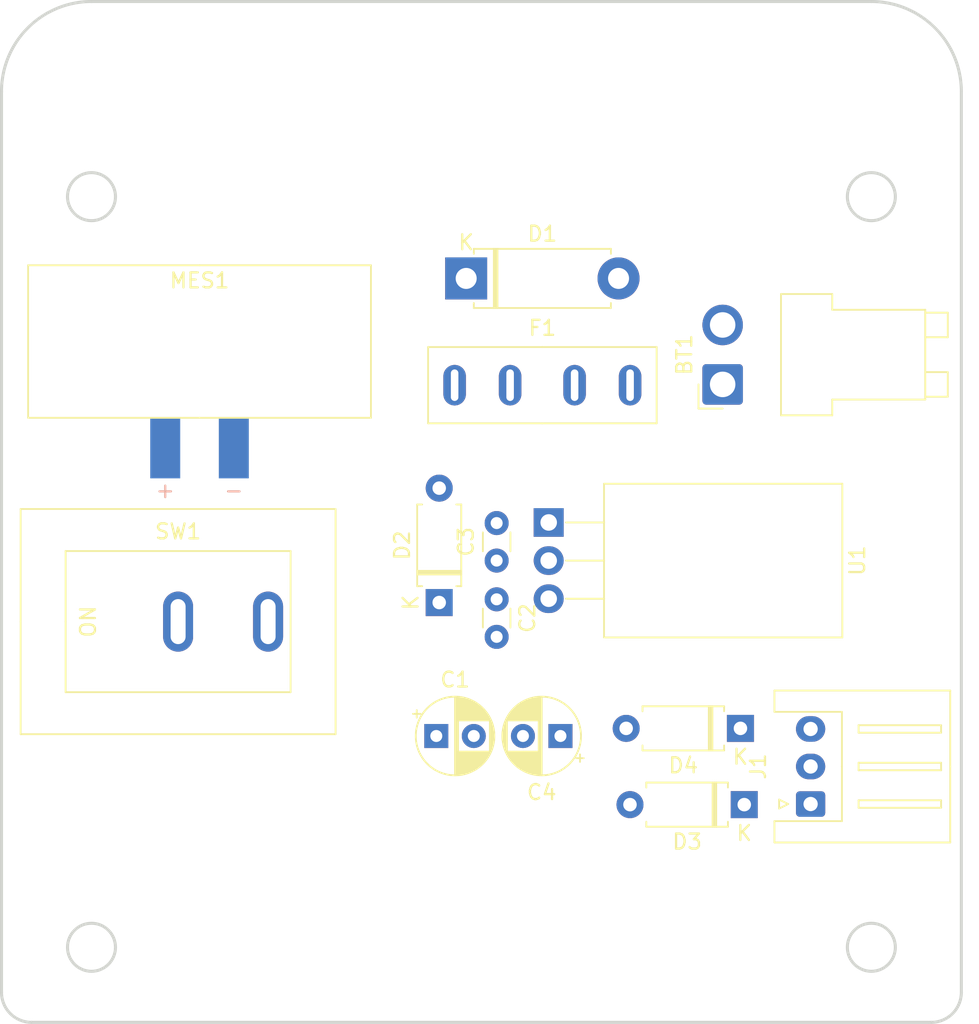
<source format=kicad_pcb>
(kicad_pcb (version 20221018) (generator pcbnew)
  (layers (0 "F.Cu" signal) (31 "B.Cu" signal) (34 "B.Paste" user) (35 "F.Paste" user) (36 "B.SilkS" user "B.Silkscreen") (37 "F.SilkS" user "F.Silkscreen") (38 "B.Mask" user) (39 "F.Mask" user) (44 "Edge.Cuts" user))
  (net 0 "")
  (net 1 "Net-(BT1-+)")
  (net 2 "GND")
  (net 3 "+12V")
  (net 4 "+5V")
  (net 5 "Net-(D1-K)")
  (net 6 "Net-(D3-K)")
  (net 7 "Net-(D4-K)")
  (footprint "Diode_THT:D_A-405_P7.62mm_Horizontal" (layer "F.Cu") (at 175.006 112.268 180)
    (fp_text reference "D3" (at 3.81 -2.47) (layer "F.SilkS"))
    (fp_text value "D")
    (fp_text user "K" (at 0 -1.9) (layer "F.SilkS"))
    (fp_line (start 1.09 -1.47) (end 6.53 -1.47) (stroke (width 0.12)) (layer "F.SilkS"))
    (fp_line (start 1.09 -1.14) (end 1.09 -1.47) (stroke (width 0.12)) (layer "F.SilkS"))
    (fp_line (start 1.09 1.14) (end 1.09 1.47) (stroke (width 0.12)) (layer "F.SilkS"))
    (fp_line (start 1.09 1.47) (end 6.53 1.47) (stroke (width 0.12)) (layer "F.SilkS"))
    (fp_line (start 1.87 -1.47) (end 1.87 1.47) (stroke (width 0.12)) (layer "F.SilkS"))
    (fp_line (start 1.99 -1.47) (end 1.99 1.47) (stroke (width 0.12)) (layer "F.SilkS"))
    (fp_line (start 2.11 -1.47) (end 2.11 1.47) (stroke (width 0.12)) (layer "F.SilkS"))
    (fp_line (start 6.53 -1.47) (end 6.53 -1.14) (stroke (width 0.12)) (layer "F.SilkS"))
    (fp_line (start 6.53 1.47) (end 6.53 1.14) (stroke (width 0.12)) (layer "F.SilkS"))
    (pad "1" thru_hole rect (at 0 0 180) (size 1.8 1.8) (drill 0.9) (layers "*.Cu" "*.Mask") (net 6 "Net-(D3-K)"))
    (pad "2" thru_hole oval (at 7.62 0 180) (size 1.8 1.8) (drill 0.9) (layers "*.Cu" "*.Mask") (net 3 "+12V"))
  )
  (footprint "Fuse_Socket:fuse_socket" (layer "F.Cu") (at 161.544 86.868 180)
    (fp_text reference "F1" (at 0 6.35) (layer "F.SilkS"))
    (fp_text value "Fuse")
    (fp_line (start -7.62 0) (end -7.62 5.08) (stroke (width 0.12)) (layer "F.SilkS"))
    (fp_line (start -7.62 5.08) (end 0 5.08) (stroke (width 0.12)) (layer "F.SilkS"))
    (fp_line (start 0 0) (end -7.62 0) (stroke (width 0.12)) (layer "F.SilkS"))
    (fp_line (start 0 5.08) (end 7.62 5.08) (stroke (width 0.12)) (layer "F.SilkS"))
    (fp_line (start 7.62 0) (end 0 0) (stroke (width 0.12)) (layer "F.SilkS"))
    (fp_line (start 7.62 5.08) (end 7.62 0) (stroke (width 0.12)) (layer "F.SilkS"))
    (pad "1" thru_hole oval (at -5.85 2.54 180) (size 1.5 2.7) (drill oval 0.5 2.1) (layers "*.Cu" "*.Mask") (net 1 "Net-(BT1-+)"))
    (pad "1" thru_hole oval (at -2.15 2.54 180) (size 1.5 2.7) (drill oval 0.5 2.1) (layers "*.Cu" "*.Mask") (net 1 "Net-(BT1-+)"))
    (pad "2" thru_hole oval (at 2.15 2.54 180) (size 1.5 2.7) (drill oval 0.5 2.1) (layers "*.Cu" "*.Mask") (net 5 "Net-(D1-K)"))
    (pad "2" thru_hole oval (at 5.85 2.54 180) (size 1.5 2.7) (drill oval 0.5 2.1) (layers "*.Cu" "*.Mask") (net 5 "Net-(D1-K)"))
  )
  (footprint "Diode_THT:D_A-405_P7.62mm_Horizontal" (layer "F.Cu") (at 174.752 107.188 180)
    (fp_text reference "D4" (at 3.81 -2.47) (layer "F.SilkS"))
    (fp_text value "D")
    (fp_text user "K" (at 0 -1.9) (layer "F.SilkS"))
    (fp_line (start 1.09 -1.47) (end 6.53 -1.47) (stroke (width 0.12)) (layer "F.SilkS"))
    (fp_line (start 1.09 -1.14) (end 1.09 -1.47) (stroke (width 0.12)) (layer "F.SilkS"))
    (fp_line (start 1.09 1.14) (end 1.09 1.47) (stroke (width 0.12)) (layer "F.SilkS"))
    (fp_line (start 1.09 1.47) (end 6.53 1.47) (stroke (width 0.12)) (layer "F.SilkS"))
    (fp_line (start 1.87 -1.47) (end 1.87 1.47) (stroke (width 0.12)) (layer "F.SilkS"))
    (fp_line (start 1.99 -1.47) (end 1.99 1.47) (stroke (width 0.12)) (layer "F.SilkS"))
    (fp_line (start 2.11 -1.47) (end 2.11 1.47) (stroke (width 0.12)) (layer "F.SilkS"))
    (fp_line (start 6.53 -1.47) (end 6.53 -1.14) (stroke (width 0.12)) (layer "F.SilkS"))
    (fp_line (start 6.53 1.47) (end 6.53 1.14) (stroke (width 0.12)) (layer "F.SilkS"))
    (pad "1" thru_hole rect (at 0 0 180) (size 1.8 1.8) (drill 0.9) (layers "*.Cu" "*.Mask") (net 7 "Net-(D4-K)"))
    (pad "2" thru_hole oval (at 7.62 0 180) (size 1.8 1.8) (drill 0.9) (layers "*.Cu" "*.Mask") (net 4 "+5V"))
  )
  (footprint "Capacitor_THT:C_Disc_D3.0mm_W1.6mm_P2.50mm" (layer "F.Cu") (at 158.496 96.012 90)
    (fp_text reference "C3" (at 1.25 -2.05 90) (layer "F.SilkS"))
    (fp_text value "C")
    (fp_line (start 0.621 -0.92) (end 1.879 -0.92) (stroke (width 0.12)) (layer "F.SilkS"))
    (fp_line (start 0.621 0.92) (end 1.879 0.92) (stroke (width 0.12)) (layer "F.SilkS"))
    (pad "1" thru_hole circle (at 0 0 90) (size 1.6 1.6) (drill 0.8) (layers "*.Cu" "*.Mask") (net 4 "+5V"))
    (pad "2" thru_hole circle (at 2.5 0 90) (size 1.6 1.6) (drill 0.8) (layers "*.Cu" "*.Mask") (net 2 "GND"))
  )
  (footprint "Diode_THT:D_A-405_P7.62mm_Horizontal" (layer "F.Cu") (at 154.666 98.806 90)
    (fp_text reference "D2" (at 3.81 -2.47 90) (layer "F.SilkS"))
    (fp_text value "D")
    (fp_text user "K" (at 0 -1.9 90) (layer "F.SilkS"))
    (fp_line (start 1.09 -1.47) (end 6.53 -1.47) (stroke (width 0.12)) (layer "F.SilkS"))
    (fp_line (start 1.09 -1.14) (end 1.09 -1.47) (stroke (width 0.12)) (layer "F.SilkS"))
    (fp_line (start 1.09 1.14) (end 1.09 1.47) (stroke (width 0.12)) (layer "F.SilkS"))
    (fp_line (start 1.09 1.47) (end 6.53 1.47) (stroke (width 0.12)) (layer "F.SilkS"))
    (fp_line (start 1.87 -1.47) (end 1.87 1.47) (stroke (width 0.12)) (layer "F.SilkS"))
    (fp_line (start 1.99 -1.47) (end 1.99 1.47) (stroke (width 0.12)) (layer "F.SilkS"))
    (fp_line (start 2.11 -1.47) (end 2.11 1.47) (stroke (width 0.12)) (layer "F.SilkS"))
    (fp_line (start 6.53 -1.47) (end 6.53 -1.14) (stroke (width 0.12)) (layer "F.SilkS"))
    (fp_line (start 6.53 1.47) (end 6.53 1.14) (stroke (width 0.12)) (layer "F.SilkS"))
    (pad "1" thru_hole rect (at 0 0 90) (size 1.8 1.8) (drill 0.9) (layers "*.Cu" "*.Mask") (net 3 "+12V"))
    (pad "2" thru_hole oval (at 7.62 0 90) (size 1.8 1.8) (drill 0.9) (layers "*.Cu" "*.Mask") (net 4 "+5V"))
  )
  (footprint "_Others:DS-850k" (layer "F.Cu") (at 137.256 100.076 180)
    (fp_text reference "SW1" (at 0 6) (layer "F.SilkS"))
    (fp_text value "SW_DIP_x01")
    (fp_text user "ON" (at 6 0 90) (layer "F.SilkS"))
    (fp_line (start -10.5 -7.5) (end -10.5 7.5) (stroke (width 0.12)) (layer "F.SilkS"))
    (fp_line (start -10.5 7.5) (end 10.5 7.5) (stroke (width 0.12)) (layer "F.SilkS"))
    (fp_line (start -7.5 -4.7) (end -7.5 4.7) (stroke (width 0.12)) (layer "F.SilkS"))
    (fp_line (start -7.5 4.7) (end 7.5 4.7) (stroke (width 0.12)) (layer "F.SilkS"))
    (fp_line (start 7.5 -4.7) (end -7.5 -4.7) (stroke (width 0.12)) (layer "F.SilkS"))
    (fp_line (start 7.5 0) (end 7.5 -4.7) (stroke (width 0.12)) (layer "F.SilkS"))
    (fp_line (start 7.5 4.7) (end 7.5 0) (stroke (width 0.12)) (layer "F.SilkS"))
    (fp_line (start 10.5 -7.5) (end -10.5 -7.5) (stroke (width 0.12)) (layer "F.SilkS"))
    (fp_line (start 10.5 0) (end 10.5 -7.5) (stroke (width 0.12)) (layer "F.SilkS"))
    (fp_line (start 10.5 7.5) (end 10.5 0) (stroke (width 0.12)) (layer "F.SilkS"))
    (pad "1" thru_hole oval (at 0 0 270) (size 4 2) (drill oval 3 1) (layers "*.Cu" "*.Mask") (net 5 "Net-(D1-K)"))
    (pad "2" thru_hole oval (at -6 0 270) (size 4 2) (drill oval 3 1) (layers "*.Cu" "*.Mask") (net 3 "+12V"))
  )
  (footprint "Voltage_Counter:voltage_counter" (layer "F.Cu") (at 138.684 76.341)
    (fp_text reference "MES1" (at 0 1.016) (layer "F.SilkS"))
    (fp_text value "Voltmeter_DC")
    (fp_text user "+" (at -2.286 14.986) (layer "B.SilkS") (effects (justify mirror)))
    (fp_text user "-" (at 2.286 14.986) (layer "B.SilkS") (effects (justify mirror)))
    (fp_line (start -11.43 0) (end 0 0) (stroke (width 0.12)) (layer "F.SilkS"))
    (fp_line (start -11.43 10.16) (end -11.43 0) (stroke (width 0.12)) (layer "F.SilkS"))
    (fp_line (start 0 0) (end 11.43 0) (stroke (width 0.12)) (layer "F.SilkS"))
    (fp_line (start 0 10.16) (end -11.43 10.16) (stroke (width 0.12)) (layer "F.SilkS"))
    (fp_line (start 11.43 0) (end 11.43 10.16) (stroke (width 0.12)) (layer "F.SilkS"))
    (fp_line (start 11.43 10.16) (end 0 10.16) (stroke (width 0.12)) (layer "F.SilkS"))
    (pad "1" smd rect (at 2.286 12.192) (size 2 4) (layers "B.Cu" "B.Paste" "B.Mask") (net 2 "GND"))
    (pad "2" smd rect (at -2.286 12.192) (size 2 4) (layers "B.Cu" "B.Paste" "B.Mask") (net 5 "Net-(D1-K)"))
  )
  (footprint "Package_TO_SOT_THT:TO-220-3_Horizontal_TabDown" (layer "F.Cu") (at 161.966 93.472 -90)
    (fp_text reference "U1" (at 2.54 -20.58 90) (layer "F.SilkS"))
    (fp_text value "AMS1117-5.0")
    (fp_line (start -2.58 -19.58) (end -2.58 -3.69) (stroke (width 0.12)) (layer "F.SilkS"))
    (fp_line (start -2.58 -19.58) (end 7.66 -19.58) (stroke (width 0.12)) (layer "F.SilkS"))
    (fp_line (start -2.58 -3.69) (end 7.66 -3.69) (stroke (width 0.12)) (layer "F.SilkS"))
    (fp_line (start 0 -3.69) (end 0 -1.15) (stroke (width 0.12)) (layer "F.SilkS"))
    (fp_line (start 2.54 -3.69) (end 2.54 -1.15) (stroke (width 0.12)) (layer "F.SilkS"))
    (fp_line (start 5.08 -3.69) (end 5.08 -1.15) (stroke (width 0.12)) (layer "F.SilkS"))
    (fp_line (start 7.66 -19.58) (end 7.66 -3.69) (stroke (width 0.12)) (layer "F.SilkS"))
    (pad "" np_thru_hole oval (at 2.54 -16.66 270) (size 3.5 3.5) (drill 3.5) (layers "*.Cu" "*.Mask"))
    (pad "1" thru_hole rect (at 0 0 270) (size 1.905 2) (drill 1.1) (layers "*.Cu" "*.Mask") (net 2 "GND"))
    (pad "2" thru_hole oval (at 2.54 0 270) (size 1.905 2) (drill 1.1) (layers "*.Cu" "*.Mask") (net 4 "+5V"))
    (pad "3" thru_hole oval (at 5.08 0 270) (size 1.905 2) (drill 1.1) (layers "*.Cu" "*.Mask") (net 3 "+12V"))
  )
  (footprint "Capacitor_THT:CP_Radial_D5.0mm_P2.50mm" (layer "F.Cu") (at 162.749113 107.696 180)
    (fp_text reference "C4" (at 1.25 -3.75) (layer "F.SilkS"))
    (fp_text value "C")
    (fp_line (start -1.554775 -1.475) (end -1.054775 -1.475) (stroke (width 0.12)) (layer "F.SilkS"))
    (fp_line (start -1.304775 -1.725) (end -1.304775 -1.225) (stroke (width 0.12)) (layer "F.SilkS"))
    (fp_line (start 1.25 -2.58) (end 1.25 2.58) (stroke (width 0.12)) (layer "F.SilkS"))
    (fp_line (start 1.29 -2.58) (end 1.29 2.58) (stroke (width 0.12)) (layer "F.SilkS"))
    (fp_line (start 1.33 -2.579) (end 1.33 2.579) (stroke (width 0.12)) (layer "F.SilkS"))
    (fp_line (start 1.37 -2.578) (end 1.37 2.578) (stroke (width 0.12)) (layer "F.SilkS"))
    (fp_line (start 1.41 -2.576) (end 1.41 2.576) (stroke (width 0.12)) (layer "F.SilkS"))
    (fp_line (start 1.45 -2.573) (end 1.45 2.573) (stroke (width 0.12)) (layer "F.SilkS"))
    (fp_line (start 1.49 -2.569) (end 1.49 -1.04) (stroke (width 0.12)) (layer "F.SilkS"))
    (fp_line (start 1.49 1.04) (end 1.49 2.569) (stroke (width 0.12)) (layer "F.SilkS"))
    (fp_line (start 1.53 -2.565) (end 1.53 -1.04) (stroke (width 0.12)) (layer "F.SilkS"))
    (fp_line (start 1.53 1.04) (end 1.53 2.565) (stroke (width 0.12)) (layer "F.SilkS"))
    (fp_line (start 1.57 -2.561) (end 1.57 -1.04) (stroke (width 0.12)) (layer "F.SilkS"))
    (fp_line (start 1.57 1.04) (end 1.57 2.561) (stroke (width 0.12)) (layer "F.SilkS"))
    (fp_line (start 1.61 -2.556) (end 1.61 -1.04) (stroke (width 0.12)) (layer "F.SilkS"))
    (fp_line (start 1.61 1.04) (end 1.61 2.556) (stroke (width 0.12)) (layer "F.SilkS"))
    (fp_line (start 1.65 -2.55) (end 1.65 -1.04) (stroke (width 0.12)) (layer "F.SilkS"))
    (fp_line (start 1.65 1.04) (end 1.65 2.55) (stroke (width 0.12)) (layer "F.SilkS"))
    (fp_line (start 1.69 -2.543) (end 1.69 -1.04) (stroke (width 0.12)) (layer "F.SilkS"))
    (fp_line (start 1.69 1.04) (end 1.69 2.543) (stroke (width 0.12)) (layer "F.SilkS"))
    (fp_line (start 1.73 -2.536) (end 1.73 -1.04) (stroke (width 0.12)) (layer "F.SilkS"))
    (fp_line (start 1.73 1.04) (end 1.73 2.536) (stroke (width 0.12)) (layer "F.SilkS"))
    (fp_line (start 1.77 -2.528) (end 1.77 -1.04) (stroke (width 0.12)) (layer "F.SilkS"))
    (fp_line (start 1.77 1.04) (end 1.77 2.528) (stroke (width 0.12)) (layer "F.SilkS"))
    (fp_line (start 1.81 -2.52) (end 1.81 -1.04) (stroke (width 0.12)) (layer "F.SilkS"))
    (fp_line (start 1.81 1.04) (end 1.81 2.52) (stroke (width 0.12)) (layer "F.SilkS"))
    (fp_line (start 1.85 -2.511) (end 1.85 -1.04) (stroke (width 0.12)) (layer "F.SilkS"))
    (fp_line (start 1.85 1.04) (end 1.85 2.511) (stroke (width 0.12)) (layer "F.SilkS"))
    (fp_line (start 1.89 -2.501) (end 1.89 -1.04) (stroke (width 0.12)) (layer "F.SilkS"))
    (fp_line (start 1.89 1.04) (end 1.89 2.501) (stroke (width 0.12)) (layer "F.SilkS"))
    (fp_line (start 1.93 -2.491) (end 1.93 -1.04) (stroke (width 0.12)) (layer "F.SilkS"))
    (fp_line (start 1.93 1.04) (end 1.93 2.491) (stroke (width 0.12)) (layer "F.SilkS"))
    (fp_line (start 1.971 -2.48) (end 1.971 -1.04) (stroke (width 0.12)) (layer "F.SilkS"))
    (fp_line (start 1.971 1.04) (end 1.971 2.48) (stroke (width 0.12)) (layer "F.SilkS"))
    (fp_line (start 2.011 -2.468) (end 2.011 -1.04) (stroke (width 0.12)) (layer "F.SilkS"))
    (fp_line (start 2.011 1.04) (end 2.011 2.468) (stroke (width 0.12)) (layer "F.SilkS"))
    (fp_line (start 2.051 -2.455) (end 2.051 -1.04) (stroke (width 0.12)) (layer "F.SilkS"))
    (fp_line (start 2.051 1.04) (end 2.051 2.455) (stroke (width 0.12)) (layer "F.SilkS"))
    (fp_line (start 2.091 -2.442) (end 2.091 -1.04) (stroke (width 0.12)) (layer "F.SilkS"))
    (fp_line (start 2.091 1.04) (end 2.091 2.442) (stroke (width 0.12)) (layer "F.SilkS"))
    (fp_line (start 2.131 -2.428) (end 2.131 -1.04) (stroke (width 0.12)) (layer "F.SilkS"))
    (fp_line (start 2.131 1.04) (end 2.131 2.428) (stroke (width 0.12)) (layer "F.SilkS"))
    (fp_line (start 2.171 -2.414) (end 2.171 -1.04) (stroke (width 0.12)) (layer "F.SilkS"))
    (fp_line (start 2.171 1.04) (end 2.171 2.414) (stroke (width 0.12)) (layer "F.SilkS"))
    (fp_line (start 2.211 -2.398) (end 2.211 -1.04) (stroke (width 0.12)) (layer "F.SilkS"))
    (fp_line (start 2.211 1.04) (end 2.211 2.398) (stroke (width 0.12)) (layer "F.SilkS"))
    (fp_line (start 2.251 -2.382) (end 2.251 -1.04) (stroke (width 0.12)) (layer "F.SilkS"))
    (fp_line (start 2.251 1.04) (end 2.251 2.382) (stroke (width 0.12)) (layer "F.SilkS"))
    (fp_line (start 2.291 -2.365) (end 2.291 -1.04) (stroke (width 0.12)) (layer "F.SilkS"))
    (fp_line (start 2.291 1.04) (end 2.291 2.365) (stroke (width 0.12)) (layer "F.SilkS"))
    (fp_line (start 2.331 -2.348) (end 2.331 -1.04) (stroke (width 0.12)) (layer "F.SilkS"))
    (fp_line (start 2.331 1.04) (end 2.331 2.348) (stroke (width 0.12)) (layer "F.SilkS"))
    (fp_line (start 2.371 -2.329) (end 2.371 -1.04) (stroke (width 0.12)) (layer "F.SilkS"))
    (fp_line (start 2.371 1.04) (end 2.371 2.329) (stroke (width 0.12)) (layer "F.SilkS"))
    (fp_line (start 2.411 -2.31) (end 2.411 -1.04) (stroke (width 0.12)) (layer "F.SilkS"))
    (fp_line (start 2.411 1.04) (end 2.411 2.31) (stroke (width 0.12)) (layer "F.SilkS"))
    (fp_line (start 2.451 -2.29) (end 2.451 -1.04) (stroke (width 0.12)) (layer "F.SilkS"))
    (fp_line (start 2.451 1.04) (end 2.451 2.29) (stroke (width 0.12)) (layer "F.SilkS"))
    (fp_line (start 2.491 -2.268) (end 2.491 -1.04) (stroke (width 0.12)) (layer "F.SilkS"))
    (fp_line (start 2.491 1.04) (end 2.491 2.268) (stroke (width 0.12)) (layer "F.SilkS"))
    (fp_line (start 2.531 -2.247) (end 2.531 -1.04) (stroke (width 0.12)) (layer "F.SilkS"))
    (fp_line (start 2.531 1.04) (end 2.531 2.247) (stroke (width 0.12)) (layer "F.SilkS"))
    (fp_line (start 2.571 -2.224) (end 2.571 -1.04) (stroke (width 0.12)) (layer "F.SilkS"))
    (fp_line (start 2.571 1.04) (end 2.571 2.224) (stroke (width 0.12)) (layer "F.SilkS"))
    (fp_line (start 2.611 -2.2) (end 2.611 -1.04) (stroke (width 0.12)) (layer "F.SilkS"))
    (fp_line (start 2.611 1.04) (end 2.611 2.2) (stroke (width 0.12)) (layer "F.SilkS"))
    (fp_line (start 2.651 -2.175) (end 2.651 -1.04) (stroke (width 0.12)) (layer "F.SilkS"))
    (fp_line (start 2.651 1.04) (end 2.651 2.175) (stroke (width 0.12)) (layer "F.SilkS"))
    (fp_line (start 2.691 -2.149) (end 2.691 -1.04) (stroke (width 0.12)) (layer "F.SilkS"))
    (fp_line (start 2.691 1.04) (end 2.691 2.149) (stroke (width 0.12)) (layer "F.SilkS"))
    (fp_line (start 2.731 -2.122) (end 2.731 -1.04) (stroke (width 0.12)) (layer "F.SilkS"))
    (fp_line (start 2.731 1.04) (end 2.731 2.122) (stroke (width 0.12)) (layer "F.SilkS"))
    (fp_line (start 2.771 -2.095) (end 2.771 -1.04) (stroke (width 0.12)) (layer "F.SilkS"))
    (fp_line (start 2.771 1.04) (end 2.771 2.095) (stroke (width 0.12)) (layer "F.SilkS"))
    (fp_line (start 2.811 -2.065) (end 2.811 -1.04) (stroke (width 0.12)) (layer "F.SilkS"))
    (fp_line (start 2.811 1.04) (end 2.811 2.065) (stroke (width 0.12)) (layer "F.SilkS"))
    (fp_line (start 2.851 -2.035) (end 2.851 -1.04) (stroke (width 0.12)) (layer "F.SilkS"))
    (fp_line (start 2.851 1.04) (end 2.851 2.035) (stroke (width 0.12)) (layer "F.SilkS"))
    (fp_line (start 2.891 -2.004) (end 2.891 -1.04) (stroke (width 0.12)) (layer "F.SilkS"))
    (fp_line (start 2.891 1.04) (end 2.891 2.004) (stroke (width 0.12)) (layer "F.SilkS"))
    (fp_line (start 2.931 -1.971) (end 2.931 -1.04) (stroke (width 0.12)) (layer "F.SilkS"))
    (fp_line (start 2.931 1.04) (end 2.931 1.971) (stroke (width 0.12)) (layer "F.SilkS"))
    (fp_line (start 2.971 -1.937) (end 2.971 -1.04) (stroke (width 0.12)) (layer "F.SilkS"))
    (fp_line (start 2.971 1.04) (end 2.971 1.937) (stroke (width 0.12)) (layer "F.SilkS"))
    (fp_line (start 3.011 -1.901) (end 3.011 -1.04) (stroke (width 0.12)) (layer "F.SilkS"))
    (fp_line (start 3.011 1.04) (end 3.011 1.901) (stroke (width 0.12)) (layer "F.SilkS"))
    (fp_line (start 3.051 -1.864) (end 3.051 -1.04) (stroke (width 0.12)) (layer "F.SilkS"))
    (fp_line (start 3.051 1.04) (end 3.051 1.864) (stroke (width 0.12)) (layer "F.SilkS"))
    (fp_line (start 3.091 -1.826) (end 3.091 -1.04) (stroke (width 0.12)) (layer "F.SilkS"))
    (fp_line (start 3.091 1.04) (end 3.091 1.826) (stroke (width 0.12)) (layer "F.SilkS"))
    (fp_line (start 3.131 -1.785) (end 3.131 -1.04) (stroke (width 0.12)) (layer "F.SilkS"))
    (fp_line (start 3.131 1.04) (end 3.131 1.785) (stroke (width 0.12)) (layer "F.SilkS"))
    (fp_line (start 3.171 -1.743) (end 3.171 -1.04) (stroke (width 0.12)) (layer "F.SilkS"))
    (fp_line (start 3.171 1.04) (end 3.171 1.743) (stroke (width 0.12)) (layer "F.SilkS"))
    (fp_line (start 3.211 -1.699) (end 3.211 -1.04) (stroke (width 0.12)) (layer "F.SilkS"))
    (fp_line (start 3.211 1.04) (end 3.211 1.699) (stroke (width 0.12)) (layer "F.SilkS"))
    (fp_line (start 3.251 -1.653) (end 3.251 -1.04) (stroke (width 0.12)) (layer "F.SilkS"))
    (fp_line (start 3.251 1.04) (end 3.251 1.653) (stroke (width 0.12)) (layer "F.SilkS"))
    (fp_line (start 3.291 -1.605) (end 3.291 -1.04) (stroke (width 0.12)) (layer "F.SilkS"))
    (fp_line (start 3.291 1.04) (end 3.291 1.605) (stroke (width 0.12)) (layer "F.SilkS"))
    (fp_line (start 3.331 -1.554) (end 3.331 -1.04) (stroke (width 0.12)) (layer "F.SilkS"))
    (fp_line (start 3.331 1.04) (end 3.331 1.554) (stroke (width 0.12)) (layer "F.SilkS"))
    (fp_line (start 3.371 -1.5) (end 3.371 -1.04) (stroke (width 0.12)) (layer "F.SilkS"))
    (fp_line (start 3.371 1.04) (end 3.371 1.5) (stroke (width 0.12)) (layer "F.SilkS"))
    (fp_line (start 3.411 -1.443) (end 3.411 -1.04) (stroke (width 0.12)) (layer "F.SilkS"))
    (fp_line (start 3.411 1.04) (end 3.411 1.443) (stroke (width 0.12)) (layer "F.SilkS"))
    (fp_line (start 3.451 -1.383) (end 3.451 -1.04) (stroke (width 0.12)) (layer "F.SilkS"))
    (fp_line (start 3.451 1.04) (end 3.451 1.383) (stroke (width 0.12)) (layer "F.SilkS"))
    (fp_line (start 3.491 -1.319) (end 3.491 -1.04) (stroke (width 0.12)) (layer "F.SilkS"))
    (fp_line (start 3.491 1.04) (end 3.491 1.319) (stroke (width 0.12)) (layer "F.SilkS"))
    (fp_line (start 3.531 -1.251) (end 3.531 -1.04) (stroke (width 0.12)) (layer "F.SilkS"))
    (fp_line (start 3.531 1.04) (end 3.531 1.251) (stroke (width 0.12)) (layer "F.SilkS"))
    (fp_line (start 3.571 -1.178) (end 3.571 1.178) (stroke (width 0.12)) (layer "F.SilkS"))
    (fp_line (start 3.611 -1.098) (end 3.611 1.098) (stroke (width 0.12)) (layer "F.SilkS"))
    (fp_line (start 3.651 -1.011) (end 3.651 1.011) (stroke (width 0.12)) (layer "F.SilkS"))
    (fp_line (start 3.691 -0.915) (end 3.691 0.915) (stroke (width 0.12)) (layer "F.SilkS"))
    (fp_line (start 3.731 -0.805) (end 3.731 0.805) (stroke (width 0.12)) (layer "F.SilkS"))
    (fp_line (start 3.771 -0.677) (end 3.771 0.677) (stroke (width 0.12)) (layer "F.SilkS"))
    (fp_line (start 3.811 -0.518) (end 3.811 0.518) (stroke (width 0.12)) (layer "F.SilkS"))
    (fp_line (start 3.851 -0.284) (end 3.851 0.284) (stroke (width 0.12)) (layer "F.SilkS"))
    (fp_circle (center 1.25 0) (end 3.87 0) (stroke (width 0.12)) (fill none) (layer "F.SilkS"))
    (pad "1" thru_hole rect (at 0 0 180) (size 1.6 1.6) (drill 0.8) (layers "*.Cu" "*.Mask") (net 4 "+5V"))
    (pad "2" thru_hole circle (at 2.5 0 180) (size 1.6 1.6) (drill 0.8) (layers "*.Cu" "*.Mask") (net 2 "GND"))
  )
  (footprint "Capacitor_THT:CP_Radial_D5.0mm_P2.50mm" (layer "F.Cu") (at 154.472 107.696)
    (fp_text reference "C1" (at 1.25 -3.75) (layer "F.SilkS"))
    (fp_text value "C")
    (fp_line (start -1.554775 -1.475) (end -1.054775 -1.475) (stroke (width 0.12)) (layer "F.SilkS"))
    (fp_line (start -1.304775 -1.725) (end -1.304775 -1.225) (stroke (width 0.12)) (layer "F.SilkS"))
    (fp_line (start 1.25 -2.58) (end 1.25 2.58) (stroke (width 0.12)) (layer "F.SilkS"))
    (fp_line (start 1.29 -2.58) (end 1.29 2.58) (stroke (width 0.12)) (layer "F.SilkS"))
    (fp_line (start 1.33 -2.579) (end 1.33 2.579) (stroke (width 0.12)) (layer "F.SilkS"))
    (fp_line (start 1.37 -2.578) (end 1.37 2.578) (stroke (width 0.12)) (layer "F.SilkS"))
    (fp_line (start 1.41 -2.576) (end 1.41 2.576) (stroke (width 0.12)) (layer "F.SilkS"))
    (fp_line (start 1.45 -2.573) (end 1.45 2.573) (stroke (width 0.12)) (layer "F.SilkS"))
    (fp_line (start 1.49 -2.569) (end 1.49 -1.04) (stroke (width 0.12)) (layer "F.SilkS"))
    (fp_line (start 1.49 1.04) (end 1.49 2.569) (stroke (width 0.12)) (layer "F.SilkS"))
    (fp_line (start 1.53 -2.565) (end 1.53 -1.04) (stroke (width 0.12)) (layer "F.SilkS"))
    (fp_line (start 1.53 1.04) (end 1.53 2.565) (stroke (width 0.12)) (layer "F.SilkS"))
    (fp_line (start 1.57 -2.561) (end 1.57 -1.04) (stroke (width 0.12)) (layer "F.SilkS"))
    (fp_line (start 1.57 1.04) (end 1.57 2.561) (stroke (width 0.12)) (layer "F.SilkS"))
    (fp_line (start 1.61 -2.556) (end 1.61 -1.04) (stroke (width 0.12)) (layer "F.SilkS"))
    (fp_line (start 1.61 1.04) (end 1.61 2.556) (stroke (width 0.12)) (layer "F.SilkS"))
    (fp_line (start 1.65 -2.55) (end 1.65 -1.04) (stroke (width 0.12)) (layer "F.SilkS"))
    (fp_line (start 1.65 1.04) (end 1.65 2.55) (stroke (width 0.12)) (layer "F.SilkS"))
    (fp_line (start 1.69 -2.543) (end 1.69 -1.04) (stroke (width 0.12)) (layer "F.SilkS"))
    (fp_line (start 1.69 1.04) (end 1.69 2.543) (stroke (width 0.12)) (layer "F.SilkS"))
    (fp_line (start 1.73 -2.536) (end 1.73 -1.04) (stroke (width 0.12)) (layer "F.SilkS"))
    (fp_line (start 1.73 1.04) (end 1.73 2.536) (stroke (width 0.12)) (layer "F.SilkS"))
    (fp_line (start 1.77 -2.528) (end 1.77 -1.04) (stroke (width 0.12)) (layer "F.SilkS"))
    (fp_line (start 1.77 1.04) (end 1.77 2.528) (stroke (width 0.12)) (layer "F.SilkS"))
    (fp_line (start 1.81 -2.52) (end 1.81 -1.04) (stroke (width 0.12)) (layer "F.SilkS"))
    (fp_line (start 1.81 1.04) (end 1.81 2.52) (stroke (width 0.12)) (layer "F.SilkS"))
    (fp_line (start 1.85 -2.511) (end 1.85 -1.04) (stroke (width 0.12)) (layer "F.SilkS"))
    (fp_line (start 1.85 1.04) (end 1.85 2.511) (stroke (width 0.12)) (layer "F.SilkS"))
    (fp_line (start 1.89 -2.501) (end 1.89 -1.04) (stroke (width 0.12)) (layer "F.SilkS"))
    (fp_line (start 1.89 1.04) (end 1.89 2.501) (stroke (width 0.12)) (layer "F.SilkS"))
    (fp_line (start 1.93 -2.491) (end 1.93 -1.04) (stroke (width 0.12)) (layer "F.SilkS"))
    (fp_line (start 1.93 1.04) (end 1.93 2.491) (stroke (width 0.12)) (layer "F.SilkS"))
    (fp_line (start 1.971 -2.48) (end 1.971 -1.04) (stroke (width 0.12)) (layer "F.SilkS"))
    (fp_line (start 1.971 1.04) (end 1.971 2.48) (stroke (width 0.12)) (layer "F.SilkS"))
    (fp_line (start 2.011 -2.468) (end 2.011 -1.04) (stroke (width 0.12)) (layer "F.SilkS"))
    (fp_line (start 2.011 1.04) (end 2.011 2.468) (stroke (width 0.12)) (layer "F.SilkS"))
    (fp_line (start 2.051 -2.455) (end 2.051 -1.04) (stroke (width 0.12)) (layer "F.SilkS"))
    (fp_line (start 2.051 1.04) (end 2.051 2.455) (stroke (width 0.12)) (layer "F.SilkS"))
    (fp_line (start 2.091 -2.442) (end 2.091 -1.04) (stroke (width 0.12)) (layer "F.SilkS"))
    (fp_line (start 2.091 1.04) (end 2.091 2.442) (stroke (width 0.12)) (layer "F.SilkS"))
    (fp_line (start 2.131 -2.428) (end 2.131 -1.04) (stroke (width 0.12)) (layer "F.SilkS"))
    (fp_line (start 2.131 1.04) (end 2.131 2.428) (stroke (width 0.12)) (layer "F.SilkS"))
    (fp_line (start 2.171 -2.414) (end 2.171 -1.04) (stroke (width 0.12)) (layer "F.SilkS"))
    (fp_line (start 2.171 1.04) (end 2.171 2.414) (stroke (width 0.12)) (layer "F.SilkS"))
    (fp_line (start 2.211 -2.398) (end 2.211 -1.04) (stroke (width 0.12)) (layer "F.SilkS"))
    (fp_line (start 2.211 1.04) (end 2.211 2.398) (stroke (width 0.12)) (layer "F.SilkS"))
    (fp_line (start 2.251 -2.382) (end 2.251 -1.04) (stroke (width 0.12)) (layer "F.SilkS"))
    (fp_line (start 2.251 1.04) (end 2.251 2.382) (stroke (width 0.12)) (layer "F.SilkS"))
    (fp_line (start 2.291 -2.365) (end 2.291 -1.04) (stroke (width 0.12)) (layer "F.SilkS"))
    (fp_line (start 2.291 1.04) (end 2.291 2.365) (stroke (width 0.12)) (layer "F.SilkS"))
    (fp_line (start 2.331 -2.348) (end 2.331 -1.04) (stroke (width 0.12)) (layer "F.SilkS"))
    (fp_line (start 2.331 1.04) (end 2.331 2.348) (stroke (width 0.12)) (layer "F.SilkS"))
    (fp_line (start 2.371 -2.329) (end 2.371 -1.04) (stroke (width 0.12)) (layer "F.SilkS"))
    (fp_line (start 2.371 1.04) (end 2.371 2.329) (stroke (width 0.12)) (layer "F.SilkS"))
    (fp_line (start 2.411 -2.31) (end 2.411 -1.04) (stroke (width 0.12)) (layer "F.SilkS"))
    (fp_line (start 2.411 1.04) (end 2.411 2.31) (stroke (width 0.12)) (layer "F.SilkS"))
    (fp_line (start 2.451 -2.29) (end 2.451 -1.04) (stroke (width 0.12)) (layer "F.SilkS"))
    (fp_line (start 2.451 1.04) (end 2.451 2.29) (stroke (width 0.12)) (layer "F.SilkS"))
    (fp_line (start 2.491 -2.268) (end 2.491 -1.04) (stroke (width 0.12)) (layer "F.SilkS"))
    (fp_line (start 2.491 1.04) (end 2.491 2.268) (stroke (width 0.12)) (layer "F.SilkS"))
    (fp_line (start 2.531 -2.247) (end 2.531 -1.04) (stroke (width 0.12)) (layer "F.SilkS"))
    (fp_line (start 2.531 1.04) (end 2.531 2.247) (stroke (width 0.12)) (layer "F.SilkS"))
    (fp_line (start 2.571 -2.224) (end 2.571 -1.04) (stroke (width 0.12)) (layer "F.SilkS"))
    (fp_line (start 2.571 1.04) (end 2.571 2.224) (stroke (width 0.12)) (layer "F.SilkS"))
    (fp_line (start 2.611 -2.2) (end 2.611 -1.04) (stroke (width 0.12)) (layer "F.SilkS"))
    (fp_line (start 2.611 1.04) (end 2.611 2.2) (stroke (width 0.12)) (layer "F.SilkS"))
    (fp_line (start 2.651 -2.175) (end 2.651 -1.04) (stroke (width 0.12)) (layer "F.SilkS"))
    (fp_line (start 2.651 1.04) (end 2.651 2.175) (stroke (width 0.12)) (layer "F.SilkS"))
    (fp_line (start 2.691 -2.149) (end 2.691 -1.04) (stroke (width 0.12)) (layer "F.SilkS"))
    (fp_line (start 2.691 1.04) (end 2.691 2.149) (stroke (width 0.12)) (layer "F.SilkS"))
    (fp_line (start 2.731 -2.122) (end 2.731 -1.04) (stroke (width 0.12)) (layer "F.SilkS"))
    (fp_line (start 2.731 1.04) (end 2.731 2.122) (stroke (width 0.12)) (layer "F.SilkS"))
    (fp_line (start 2.771 -2.095) (end 2.771 -1.04) (stroke (width 0.12)) (layer "F.SilkS"))
    (fp_line (start 2.771 1.04) (end 2.771 2.095) (stroke (width 0.12)) (layer "F.SilkS"))
    (fp_line (start 2.811 -2.065) (end 2.811 -1.04) (stroke (width 0.12)) (layer "F.SilkS"))
    (fp_line (start 2.811 1.04) (end 2.811 2.065) (stroke (width 0.12)) (layer "F.SilkS"))
    (fp_line (start 2.851 -2.035) (end 2.851 -1.04) (stroke (width 0.12)) (layer "F.SilkS"))
    (fp_line (start 2.851 1.04) (end 2.851 2.035) (stroke (width 0.12)) (layer "F.SilkS"))
    (fp_line (start 2.891 -2.004) (end 2.891 -1.04) (stroke (width 0.12)) (layer "F.SilkS"))
    (fp_line (start 2.891 1.04) (end 2.891 2.004) (stroke (width 0.12)) (layer "F.SilkS"))
    (fp_line (start 2.931 -1.971) (end 2.931 -1.04) (stroke (width 0.12)) (layer "F.SilkS"))
    (fp_line (start 2.931 1.04) (end 2.931 1.971) (stroke (width 0.12)) (layer "F.SilkS"))
    (fp_line (start 2.971 -1.937) (end 2.971 -1.04) (stroke (width 0.12)) (layer "F.SilkS"))
    (fp_line (start 2.971 1.04) (end 2.971 1.937) (stroke (width 0.12)) (layer "F.SilkS"))
    (fp_line (start 3.011 -1.901) (end 3.011 -1.04) (stroke (width 0.12)) (layer "F.SilkS"))
    (fp_line (start 3.011 1.04) (end 3.011 1.901) (stroke (width 0.12)) (layer "F.SilkS"))
    (fp_line (start 3.051 -1.864) (end 3.051 -1.04) (stroke (width 0.12)) (layer "F.SilkS"))
    (fp_line (start 3.051 1.04) (end 3.051 1.864) (stroke (width 0.12)) (layer "F.SilkS"))
    (fp_line (start 3.091 -1.826) (end 3.091 -1.04) (stroke (width 0.12)) (layer "F.SilkS"))
    (fp_line (start 3.091 1.04) (end 3.091 1.826) (stroke (width 0.12)) (layer "F.SilkS"))
    (fp_line (start 3.131 -1.785) (end 3.131 -1.04) (stroke (width 0.12)) (layer "F.SilkS"))
    (fp_line (start 3.131 1.04) (end 3.131 1.785) (stroke (width 0.12)) (layer "F.SilkS"))
    (fp_line (start 3.171 -1.743) (end 3.171 -1.04) (stroke (width 0.12)) (layer "F.SilkS"))
    (fp_line (start 3.171 1.04) (end 3.171 1.743) (stroke (width 0.12)) (layer "F.SilkS"))
    (fp_line (start 3.211 -1.699) (end 3.211 -1.04) (stroke (width 0.12)) (layer "F.SilkS"))
    (fp_line (start 3.211 1.04) (end 3.211 1.699) (stroke (width 0.12)) (layer "F.SilkS"))
    (fp_line (start 3.251 -1.653) (end 3.251 -1.04) (stroke (width 0.12)) (layer "F.SilkS"))
    (fp_line (start 3.251 1.04) (end 3.251 1.653) (stroke (width 0.12)) (layer "F.SilkS"))
    (fp_line (start 3.291 -1.605) (end 3.291 -1.04) (stroke (width 0.12)) (layer "F.SilkS"))
    (fp_line (start 3.291 1.04) (end 3.291 1.605) (stroke (width 0.12)) (layer "F.SilkS"))
    (fp_line (start 3.331 -1.554) (end 3.331 -1.04) (stroke (width 0.12)) (layer "F.SilkS"))
    (fp_line (start 3.331 1.04) (end 3.331 1.554) (stroke (width 0.12)) (layer "F.SilkS"))
    (fp_line (start 3.371 -1.5) (end 3.371 -1.04) (stroke (width 0.12)) (layer "F.SilkS"))
    (fp_line (start 3.371 1.04) (end 3.371 1.5) (stroke (width 0.12)) (layer "F.SilkS"))
    (fp_line (start 3.411 -1.443) (end 3.411 -1.04) (stroke (width 0.12)) (layer "F.SilkS"))
    (fp_line (start 3.411 1.04) (end 3.411 1.443) (stroke (width 0.12)) (layer "F.SilkS"))
    (fp_line (start 3.451 -1.383) (end 3.451 -1.04) (stroke (width 0.12)) (layer "F.SilkS"))
    (fp_line (start 3.451 1.04) (end 3.451 1.383) (stroke (width 0.12)) (layer "F.SilkS"))
    (fp_line (start 3.491 -1.319) (end 3.491 -1.04) (stroke (width 0.12)) (layer "F.SilkS"))
    (fp_line (start 3.491 1.04) (end 3.491 1.319) (stroke (width 0.12)) (layer "F.SilkS"))
    (fp_line (start 3.531 -1.251) (end 3.531 -1.04) (stroke (width 0.12)) (layer "F.SilkS"))
    (fp_line (start 3.531 1.04) (end 3.531 1.251) (stroke (width 0.12)) (layer "F.SilkS"))
    (fp_line (start 3.571 -1.178) (end 3.571 1.178) (stroke (width 0.12)) (layer "F.SilkS"))
    (fp_line (start 3.611 -1.098) (end 3.611 1.098) (stroke (width 0.12)) (layer "F.SilkS"))
    (fp_line (start 3.651 -1.011) (end 3.651 1.011) (stroke (width 0.12)) (layer "F.SilkS"))
    (fp_line (start 3.691 -0.915) (end 3.691 0.915) (stroke (width 0.12)) (layer "F.SilkS"))
    (fp_line (start 3.731 -0.805) (end 3.731 0.805) (stroke (width 0.12)) (layer "F.SilkS"))
    (fp_line (start 3.771 -0.677) (end 3.771 0.677) (stroke (width 0.12)) (layer "F.SilkS"))
    (fp_line (start 3.811 -0.518) (end 3.811 0.518) (stroke (width 0.12)) (layer "F.SilkS"))
    (fp_line (start 3.851 -0.284) (end 3.851 0.284) (stroke (width 0.12)) (layer "F.SilkS"))
    (fp_circle (center 1.25 0) (end 3.87 0) (stroke (width 0.12)) (fill none) (layer "F.SilkS"))
    (pad "1" thru_hole rect (at 0 0) (size 1.6 1.6) (drill 0.8) (layers "*.Cu" "*.Mask") (net 3 "+12V"))
    (pad "2" thru_hole circle (at 2.5 0) (size 1.6 1.6) (drill 0.8) (layers "*.Cu" "*.Mask") (net 2 "GND"))
  )
  (footprint "Connector_JST:JST_XH_S3B-XH-A_1x03_P2.50mm_Horizontal" (layer "F.Cu") (at 179.43 112.228 90)
    (fp_text reference "J1" (at 2.5 -3.5 90) (layer "F.SilkS"))
    (fp_text value "Conn_01x03_Socket")
    (fp_line (start -2.56 -2.41) (end -1.14 -2.41) (stroke (width 0.12)) (layer "F.SilkS"))
    (fp_line (start -2.56 9.31) (end -2.56 -2.41) (stroke (width 0.12)) (layer "F.SilkS"))
    (fp_line (start -1.14 -2.41) (end -1.14 2.09) (stroke (width 0.12)) (layer "F.SilkS"))
    (fp_line (start -1.14 2.09) (end 2.5 2.09) (stroke (width 0.12)) (layer "F.SilkS"))
    (fp_line (start -0.3 -2.1) (end 0.3 -2.1) (stroke (width 0.12)) (layer "F.SilkS"))
    (fp_line (start -0.25 3.2) (end -0.25 8.7) (stroke (width 0.12)) (layer "F.SilkS"))
    (fp_line (start -0.25 8.7) (end 0.25 8.7) (stroke (width 0.12)) (layer "F.SilkS"))
    (fp_line (start 0 -1.5) (end -0.3 -2.1) (stroke (width 0.12)) (layer "F.SilkS"))
    (fp_line (start 0.25 3.2) (end -0.25 3.2) (stroke (width 0.12)) (layer "F.SilkS"))
    (fp_line (start 0.25 8.7) (end 0.25 3.2) (stroke (width 0.12)) (layer "F.SilkS"))
    (fp_line (start 0.3 -2.1) (end 0 -1.5) (stroke (width 0.12)) (layer "F.SilkS"))
    (fp_line (start 2.25 3.2) (end 2.25 8.7) (stroke (width 0.12)) (layer "F.SilkS"))
    (fp_line (start 2.25 8.7) (end 2.75 8.7) (stroke (width 0.12)) (layer "F.SilkS"))
    (fp_line (start 2.5 9.31) (end -2.56 9.31) (stroke (width 0.12)) (layer "F.SilkS"))
    (fp_line (start 2.5 9.31) (end 7.56 9.31) (stroke (width 0.12)) (layer "F.SilkS"))
    (fp_line (start 2.75 3.2) (end 2.25 3.2) (stroke (width 0.12)) (layer "F.SilkS"))
    (fp_line (start 2.75 8.7) (end 2.75 3.2) (stroke (width 0.12)) (layer "F.SilkS"))
    (fp_line (start 4.75 3.2) (end 4.75 8.7) (stroke (width 0.12)) (layer "F.SilkS"))
    (fp_line (start 4.75 8.7) (end 5.25 8.7) (stroke (width 0.12)) (layer "F.SilkS"))
    (fp_line (start 5.25 3.2) (end 4.75 3.2) (stroke (width 0.12)) (layer "F.SilkS"))
    (fp_line (start 5.25 8.7) (end 5.25 3.2) (stroke (width 0.12)) (layer "F.SilkS"))
    (fp_line (start 6.14 -2.41) (end 6.14 2.09) (stroke (width 0.12)) (layer "F.SilkS"))
    (fp_line (start 6.14 2.09) (end 2.5 2.09) (stroke (width 0.12)) (layer "F.SilkS"))
    (fp_line (start 7.56 -2.41) (end 6.14 -2.41) (stroke (width 0.12)) (layer "F.SilkS"))
    (fp_line (start 7.56 9.31) (end 7.56 -2.41) (stroke (width 0.12)) (layer "F.SilkS"))
    (pad "1" thru_hole roundrect (at 0 0 90) (size 1.7 1.95) (drill 0.95) (layers "*.Cu" "*.Mask") (roundrect_rratio 0.147059) (net 6 "Net-(D3-K)"))
    (pad "2" thru_hole oval (at 2.5 0 90) (size 1.7 1.95) (drill 0.95) (layers "*.Cu" "*.Mask") (net 2 "GND"))
    (pad "3" thru_hole oval (at 5 0 90) (size 1.7 1.95) (drill 0.95) (layers "*.Cu" "*.Mask") (net 7 "Net-(D4-K)"))
  )
  (footprint "Connector_JST:JST_VH_B2PS-VH_1x02_P3.96mm_Horizontal" (layer "F.Cu") (at 173.565 84.276 90)
    (fp_text reference "BT1" (at 1.98 -2.55 90) (layer "F.SilkS"))
    (fp_text value "Battery")
    (fp_line (start -2.06 3.89) (end 6.02 3.89) (stroke (width 0.12)) (layer "F.SilkS"))
    (fp_line (start -2.06 7.31) (end -2.06 3.89) (stroke (width 0.12)) (layer "F.SilkS"))
    (fp_line (start -1.61 -1.61) (end -1.61 0) (stroke (width 0.12)) (layer "F.SilkS"))
    (fp_line (start -1.01 7.31) (end -2.06 7.31) (stroke (width 0.12)) (layer "F.SilkS"))
    (fp_line (start -1.01 13.51) (end -1.01 7.31) (stroke (width 0.12)) (layer "F.SilkS"))
    (fp_line (start -0.82 13.51) (end -0.82 15.01) (stroke (width 0.12)) (layer "F.SilkS"))
    (fp_line (start -0.82 15.01) (end 0.82 15.01) (stroke (width 0.12)) (layer "F.SilkS"))
    (fp_line (start 0 -1.61) (end -1.61 -1.61) (stroke (width 0.12)) (layer "F.SilkS"))
    (fp_line (start 0.82 15.01) (end 0.82 13.51) (stroke (width 0.12)) (layer "F.SilkS"))
    (fp_line (start 3.14 13.51) (end 3.14 15.01) (stroke (width 0.12)) (layer "F.SilkS"))
    (fp_line (start 3.14 15.01) (end 4.78 15.01) (stroke (width 0.12)) (layer "F.SilkS"))
    (fp_line (start 4.78 15.01) (end 4.78 13.51) (stroke (width 0.12)) (layer "F.SilkS"))
    (fp_line (start 4.97 7.31) (end 4.97 13.51) (stroke (width 0.12)) (layer "F.SilkS"))
    (fp_line (start 4.97 13.51) (end -1.01 13.51) (stroke (width 0.12)) (layer "F.SilkS"))
    (fp_line (start 6.02 3.89) (end 6.02 7.31) (stroke (width 0.12)) (layer "F.SilkS"))
    (fp_line (start 6.02 7.31) (end 4.97 7.31) (stroke (width 0.12)) (layer "F.SilkS"))
    (pad "1" thru_hole roundrect (at 0 0 90) (size 2.7 2.7) (drill 1.7) (layers "*.Cu" "*.Mask") (roundrect_rratio 0.092593) (net 1 "Net-(BT1-+)"))
    (pad "2" thru_hole circle (at 3.96 0 90) (size 2.7 2.7) (drill 1.7) (layers "*.Cu" "*.Mask") (net 2 "GND"))
  )
  (footprint "Diode_THT:D_5W_P10.16mm_Horizontal" (layer "F.Cu") (at 156.464 77.216)
    (fp_text reference "D1" (at 5.08 -2.97) (layer "F.SilkS"))
    (fp_text value "D_Shockley")
    (fp_text user "K" (at 0 -2.4) (layer "F.SilkS"))
    (fp_line (start 0.51 -1.97) (end 9.65 -1.97) (stroke (width 0.12)) (layer "F.SilkS"))
    (fp_line (start 0.51 -1.64) (end 0.51 -1.97) (stroke (width 0.12)) (layer "F.SilkS"))
    (fp_line (start 0.51 1.64) (end 0.51 1.97) (stroke (width 0.12)) (layer "F.SilkS"))
    (fp_line (start 0.51 1.97) (end 9.65 1.97) (stroke (width 0.12)) (layer "F.SilkS"))
    (fp_line (start 1.845 -1.97) (end 1.845 1.97) (stroke (width 0.12)) (layer "F.SilkS"))
    (fp_line (start 1.965 -1.97) (end 1.965 1.97) (stroke (width 0.12)) (layer "F.SilkS"))
    (fp_line (start 2.085 -1.97) (end 2.085 1.97) (stroke (width 0.12)) (layer "F.SilkS"))
    (fp_line (start 9.65 -1.97) (end 9.65 -1.64) (stroke (width 0.12)) (layer "F.SilkS"))
    (fp_line (start 9.65 1.97) (end 9.65 1.64) (stroke (width 0.12)) (layer "F.SilkS"))
    (pad "1" thru_hole rect (at 0 0) (size 2.8 2.8) (drill 1.4) (layers "*.Cu" "*.Mask") (net 5 "Net-(D1-K)"))
    (pad "2" thru_hole oval (at 10.16 0) (size 2.8 2.8) (drill 1.4) (layers "*.Cu" "*.Mask") (net 2 "GND"))
  )
  (footprint "Capacitor_THT:C_Disc_D3.0mm_W1.6mm_P2.50mm" (layer "F.Cu") (at 158.496 98.592 -90)
    (fp_text reference "C2" (at 1.25 -2.05 90) (layer "F.SilkS"))
    (fp_text value "C")
    (fp_line (start 0.621 -0.92) (end 1.879 -0.92) (stroke (width 0.12)) (layer "F.SilkS"))
    (fp_line (start 0.621 0.92) (end 1.879 0.92) (stroke (width 0.12)) (layer "F.SilkS"))
    (pad "1" thru_hole circle (at 0 0 270) (size 1.6 1.6) (drill 0.8) (layers "*.Cu" "*.Mask") (net 3 "+12V"))
    (pad "2" thru_hole circle (at 2.5 0 270) (size 1.6 1.6) (drill 0.8) (layers "*.Cu" "*.Mask") (net 2 "GND"))
  )
  (gr_circle (center 183.48 71.77) (end 181.88 71.77) (stroke (width 0.2)) (fill none) (layer "Edge.Cuts"))
  (gr_arc (start 189.48 124.77) (mid 188.894214 126.184214) (end 187.48 126.77) (stroke (width 0.2)) (layer "Edge.Cuts"))
  (gr_line (start 189.48 124.77) (end 189.48 64.77) (stroke (width 0.2)) (layer "Edge.Cuts"))
  (gr_circle (center 131.48 121.77) (end 129.88 121.77) (stroke (width 0.2)) (fill none) (layer "Edge.Cuts"))
  (gr_arc (start 183.48 58.77) (mid 187.722641 60.527359) (end 189.48 64.77) (stroke (width 0.2)) (layer "Edge.Cuts"))
  (gr_arc (start 125.48 64.77) (mid 127.237359 60.527359) (end 131.48 58.77) (stroke (width 0.2)) (layer "Edge.Cuts"))
  (gr_arc (start 127.48 126.77) (mid 126.065786 126.184214) (end 125.48 124.77) (stroke (width 0.2)) (layer "Edge.Cuts"))
  (gr_circle (center 131.48 71.77) (end 129.88 71.77) (stroke (width 0.2)) (fill none) (layer "Edge.Cuts"))
  (gr_circle (center 183.48 121.77) (end 181.88 121.77) (stroke (width 0.2)) (fill none) (layer "Edge.Cuts"))
  (gr_line (start 125.48 64.77) (end 125.48 124.77) (stroke (width 0.2)) (layer "Edge.Cuts"))
  (gr_line (start 183.48 58.77) (end 131.48 58.77) (stroke (width 0.2)) (layer "Edge.Cuts"))
  (gr_line (start 127.48 126.77) (end 187.48 126.77) (stroke (width 0.2)) (layer "Edge.Cuts"))
)
</source>
